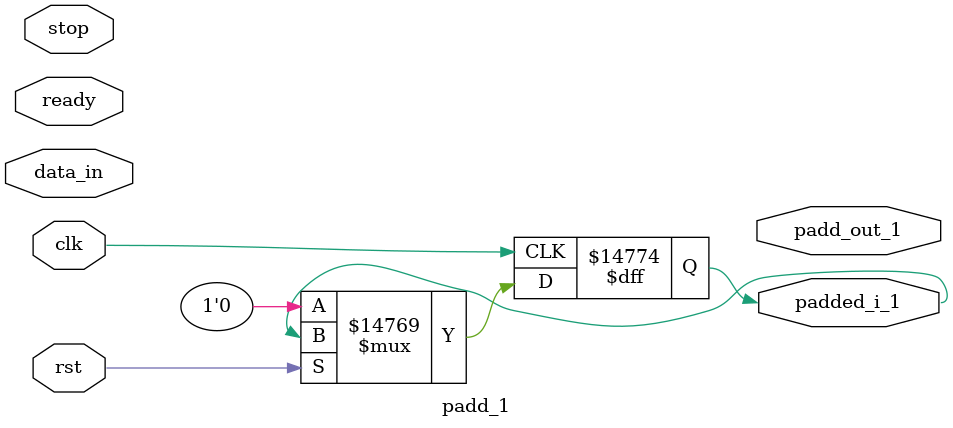
<source format=sv>
module padd_1(
	input logic clk,rst,stop,ready,
	input logic [7:0] data_in,
	output logic padded_i_1,
	output logic [511:0] padd_out_1
); 

logic [7:0] block_512 [63:0]; //8bit word * 64 add = 512
logic [5:0] add_512_block; // Memory Address Register !6 bit reg can address 63 loc max
logic [63:0] m_size;  // l 64-bit number encoded for representing the length of input message
logic temp_chk; //to run if(temp_chk) func only once in if(stop)

logic padd0s_done;
logic addr63;


always_comb begin
	if(add_512_block == 6'd63 )
		addr63 = 1'b1;
	else addr63 = 1'b0;
end


always@(posedge clk)begin
	if(!rst) begin
		add_512_block <= 6'd0;
		m_size <= 64'd0;
		padd0s_done <= 1'b0;
		padded_i_1 <=1'b0;
		padd_out <= 512'd0;
		overflow <= 1'b0;
		temp_chk <= 1'b0;
	end
	else begin
		if(ready && !addr63)begin
			block_512[add_512_block]<=data_in;
			add_512_block<=add_512_block+1;
				if(stop)begin
				  if(add_512_block < 58) begin 
					if(temp_chk==0)begin
						padd0s_done<=1'b0;
						m_size[63:0]<=(add_512_block)*8;		// calculate input length
						block_512[add_512_block]<=8'b10000000; // append 1						
						temp_chk<=1'b1;
					end 
					else begin // padding 0s
						if (!padd0s_done && !overflow) begin
							block_512[63]<=m_size[7:0];
							block_512[62]<=m_size[15:8];
							block_512[61]<=m_size[23:16];
							block_512[60]<=m_size[31:24];
							block_512[59]<=m_size[39:32];	//allocating the 64-bit m_size in the block
							block_512[58]<=m_size[47:40];
							block_512[57]<=m_size[55:48];
							block_512[56]<=m_size[63:56];  //block_512[56] location for LSB of 64-bit m_size
							case(add_512_block)
							6'd1: begin
									add_512_block<=add_512_block+1;
									block_512[add_512_block]<=8'd0;
							end
							6'd2: begin
									add_512_block<=add_512_block+1;
									block_512[add_512_block]<=8'd0;
							end
							6'd3: begin
									add_512_block<=add_512_block+1;
									block_512[add_512_block]<=8'd0;
							end
							6'd4: begin
									add_512_block<=add_512_block+1;
									block_512[add_512_block]<=8'd0;
							end
							6'd5: begin
									add_512_block<=add_512_block+1;
									block_512[add_512_block]<=8'd0;
							end
							6'd6: begin
									add_512_block<=add_512_block+1;
									block_512[add_512_block]<=8'd0;
							end
							6'd7: begin
									add_512_block<=add_512_block+1;
									block_512[add_512_block]<=8'd0;
							end
							6'd8: begin
									add_512_block<=add_512_block+1;
									block_512[add_512_block]<=8'd0;
							end
							6'd9: begin
									add_512_block<=add_512_block+1;
									block_512[add_512_block]<=8'd0;
							end
							6'd10: begin
									add_512_block<=add_512_block+1;
									block_512[add_512_block]<=8'd0;
							end
							6'd11: begin
									add_512_block<=add_512_block+1;
									block_512[add_512_block]<=8'd0;
							end
							6'd12: begin
									add_512_block<=add_512_block+1;
									block_512[add_512_block]<=8'd0;
							end
							6'd13: begin
									add_512_block<=add_512_block+1;
									block_512[add_512_block]<=8'd0;
							end
							6'd14: begin
									add_512_block<=add_512_block+1;
									block_512[add_512_block]<=8'd0;
							end
							6'd15: begin
									add_512_block<=add_512_block+1;
									block_512[add_512_block]<=8'd0;
							end
							6'd16: begin
									add_512_block<=add_512_block+1;
									block_512[add_512_block]<=8'd0;
							end
							6'd17: begin
									add_512_block<=add_512_block+1;
									block_512[add_512_block]<=8'd0;
							end
							6'd18: begin
									add_512_block<=add_512_block+1;
									block_512[add_512_block]<=8'd0;
							end
							6'd19: begin
									add_512_block<=add_512_block+1;
									block_512[add_512_block]<=8'd0;
							end
							6'd20: begin
									add_512_block<=add_512_block+1;
									block_512[add_512_block]<=8'd0;
							end
							6'd21: begin
									add_512_block<=add_512_block+1;
									block_512[add_512_block]<=8'd0;
							end
							6'd22: begin
									add_512_block<=add_512_block+1;
									block_512[add_512_block]<=8'd0;
							end
							6'd23: begin
									add_512_block<=add_512_block+1;
									block_512[add_512_block]<=8'd0;
							end
							6'd24: begin
									add_512_block<=add_512_block+1;
									block_512[add_512_block]<=8'd0;
							end
							6'd25: begin
									add_512_block<=add_512_block+1;
									block_512[add_512_block]<=8'd0;
							end
							6'd26: begin
									add_512_block<=add_512_block+1;
									block_512[add_512_block]<=8'd0;
							end
							6'd27: begin
									add_512_block<=add_512_block+1;
									block_512[add_512_block]<=8'd0;
							end
							6'd28: begin
									add_512_block<=add_512_block+1;
									block_512[add_512_block]<=8'd0;
							end
							6'd29: begin
									add_512_block<=add_512_block+1;
									block_512[add_512_block]<=8'd0;
							end
							6'd30: begin
									add_512_block<=add_512_block+1;
									block_512[add_512_block]<=8'd0;
							end
							6'd31: begin
									add_512_block<=add_512_block+1;
									block_512[add_512_block]<=8'd0;
							end
							6'd32: begin
									add_512_block<=add_512_block+1;
									block_512[add_512_block]<=8'd0;
							end
							6'd33: begin
									add_512_block<=add_512_block+1;
									block_512[add_512_block]<=8'd0;
							end
							6'd34: begin
									add_512_block<=add_512_block+1;
									block_512[add_512_block]<=8'd0;
							end
							6'd35: begin
									add_512_block<=add_512_block+1;
									block_512[add_512_block]<=8'd0;
							end
							6'd36: begin
									add_512_block<=add_512_block+1;
									block_512[add_512_block]<=8'd0;
							end
							6'd37: begin
									add_512_block<=add_512_block+1;
									block_512[add_512_block]<=8'd0;
							end
							6'd38: begin
									add_512_block<=add_512_block+1;
									block_512[add_512_block]<=8'd0;
							end
							6'd39: begin
									add_512_block<=add_512_block+1;
									block_512[add_512_block]<=8'd0;
							end
							6'd40: begin
									add_512_block<=add_512_block+1;
									block_512[add_512_block]<=8'd0;
							end
							6'd41: begin
									add_512_block<=add_512_block+1;
									block_512[add_512_block]<=8'd0;
							end
							6'd42: begin
									add_512_block<=add_512_block+1;
									block_512[add_512_block]<=8'd0;
							end
							6'd43: begin
									add_512_block<=add_512_block+1;
									block_512[add_512_block]<=8'd0;
							end
							6'd44: begin
									add_512_block<=add_512_block+1;
									block_512[add_512_block]<=8'd0;
							end
							6'd45: begin
									add_512_block<=add_512_block+1;
									block_512[add_512_block]<=8'd0;
							end
							6'd46: begin
									add_512_block<=add_512_block+1;
									block_512[add_512_block]<=8'd0;
							end
							6'd47: begin
									add_512_block<=add_512_block+1;
									block_512[add_512_block]<=8'd0;
							end
							6'd48: begin
									add_512_block<=add_512_block+1;
									block_512[add_512_block]<=8'd0;
							end
							6'd49: begin
									add_512_block<=add_512_block+1;
									block_512[add_512_block]<=8'd0;
							end
							6'd50: begin
									add_512_block<=add_512_block+1;
									block_512[add_512_block]<=8'd0;
							end
							6'd51: begin
									add_512_block<=add_512_block+1;
									block_512[add_512_block]<=8'd0;
							end
							6'd52: begin
									add_512_block<=add_512_block+1;
									block_512[add_512_block]<=8'd0;
							end
							6'd53: begin
									add_512_block<=add_512_block+1;
									block_512[add_512_block]<=8'd0;
							end
							6'd54: begin
									add_512_block<=add_512_block+1;
									block_512[add_512_block]<=8'd0;
							end
							6'd55: begin
									block_512[add_512_block]<=8'd0; // 64 bits (8 address) for input length
							end
							
							default:
							begin
									overflow<=1'b1; //if address was <55 still no case started
									padd0s_done<=1'b0; //then there is an error 
							end
							
							endcase
						 	
							padd0s_done<=1'b1;
						
						end  // end !padd0s_done
						else begin  // if padd0s_done start output the padded input message
						//	integer i;
						//	for(i=63; i >= 0; i--) begin
						//		padd_out[i*8 +: 8] <= block_512[-(i-63)] ;
						//	end

				// W0									W4							    W8							    	W12	
				padd_out[511:504] <= block_512[0];  padd_out[383:376] <= block_512[16]; padd_out[255:248] <= block_512[32]; padd_out[127:120] <= block_512[48];	
				padd_out[503:496] <= block_512[1];  padd_out[375:368] <= block_512[17]; padd_out[247:240] <= block_512[33]; padd_out[119:112] <= block_512[49];
				padd_out[495:488] <= block_512[2];  padd_out[367:360] <= block_512[18]; padd_out[239:232] <= block_512[34]; padd_out[111:104] <= block_512[50];
				padd_out[487:480] <= block_512[3];  padd_out[359:352] <= block_512[19]; padd_out[231:224] <= block_512[35]; padd_out[103:96] <= block_512[51];
				//W1								W5							    	W9							    	W13
				padd_out[479:472] <= block_512[4];  padd_out[351:344] <= block_512[20]; padd_out[223:216] <= block_512[36]; padd_out[95:88] <= block_512[52];
				padd_out[471:464] <= block_512[5];  padd_out[343:336] <= block_512[21]; padd_out[215:208] <= block_512[37]; padd_out[87:80] <= block_512[53]; 
				padd_out[463:456] <= block_512[6];  padd_out[335:328] <= block_512[22]; padd_out[207:200] <= block_512[38]; padd_out[79:72] <= block_512[54];
				padd_out[455:448] <= block_512[7];  padd_out[327:320] <= block_512[23]; padd_out[199:192] <= block_512[39]; padd_out[71:64] <= block_512[55];
				//W2								W6							    	W10							    	W14
				padd_out[447:440] <= block_512[8];  padd_out[319:312] <= block_512[24]; padd_out[191:184] <= block_512[40]; padd_out[63:56] <= block_512[56];
				padd_out[439:432] <= block_512[9];  padd_out[311:304] <= block_512[25]; padd_out[183:176] <= block_512[41]; padd_out[55:48] <= block_512[57];
				padd_out[431:424] <= block_512[10]; padd_out[303:296] <= block_512[26]; padd_out[175:168] <= block_512[42]; padd_out[47:40] <= block_512[58];
				padd_out[423:416] <= block_512[11]; padd_out[295:288] <= block_512[27]; padd_out[167:160] <= block_512[43]; padd_out[39:32] <= block_512[59];
				//W3								W7							    	W11							    	W15
				padd_out[415:408] <= block_512[12]; padd_out[287:280] <= block_512[28]; padd_out[159:152] <= block_512[44]; padd_out[31:24] <= block_512[60];
				padd_out[407:400] <= block_512[13]; padd_out[279:272] <= block_512[29]; padd_out[151:144] <= block_512[45]; padd_out[23:16] <= block_512[61];
				padd_out[399:392] <= block_512[14]; padd_out[271:264] <= block_512[30]; padd_out[143:136] <= block_512[46]; padd_out[15:8] <= block_512[62];
				padd_out[391:384] <= block_512[15]; padd_out[263:256] <= block_512[31]; padd_out[135:128] <= block_512[47]; padd_out[7:0] <= block_512[63];
					
				padd0s_done <= 1'b0;
				padded_i <= 1'b1;
						end
					end
				  end // if add_512_block < 55
				  else begin
				  	overflow<=1'b1;
				  end
				end // if stop
				else begin
					if(add_512_block==55)begin // if !stop and add_512_block = 55
						overflow<=1'b1;
					end
					else begin
						overflow<=1'b0;
					end
				end
			end // end ready
		end
	end
endmodule

		
	
					

</source>
